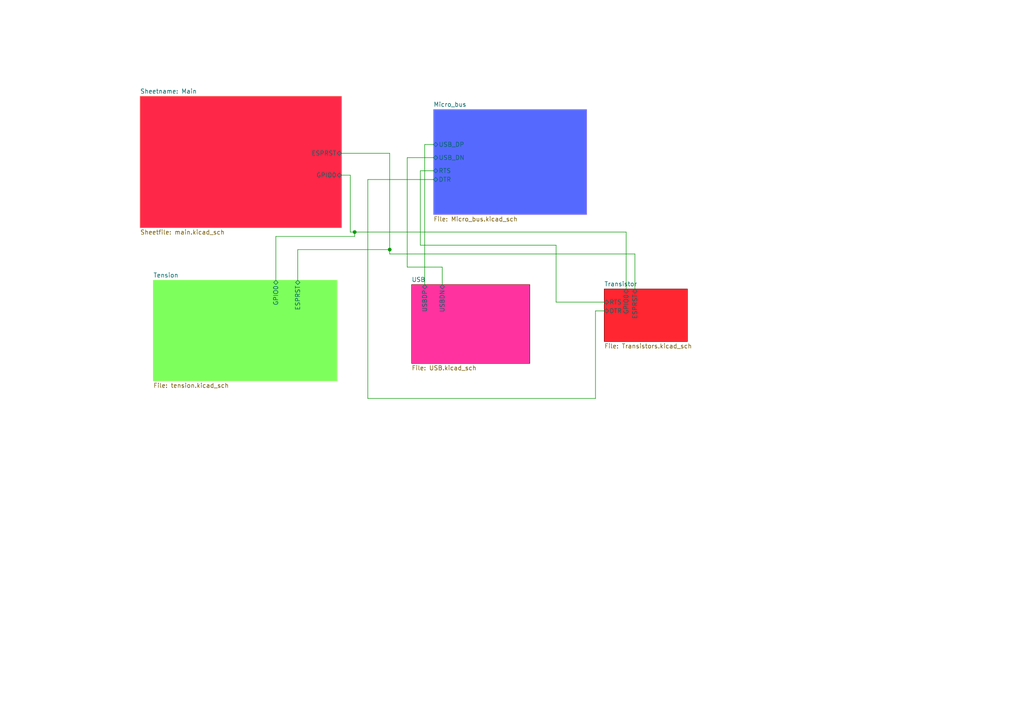
<source format=kicad_sch>
(kicad_sch (version 20230121) (generator eeschema)

  (uuid 500173a1-7f35-43bb-9d25-c87545bd4fab)

  (paper "A4")

  (lib_symbols
  )

  (junction (at 113.03 72.39) (diameter 0) (color 0 0 0 0)
    (uuid 0db212bb-758b-472b-a629-80b5588e8198)
  )
  (junction (at 102.87 67.31) (diameter 0) (color 0 0 0 0)
    (uuid ff80d4fa-fd90-4a79-ab7f-4e35e435e6e1)
  )

  (wire (pts (xy 184.15 73.66) (xy 184.15 83.82))
    (stroke (width 0) (type default))
    (uuid 0f7e8d69-45e8-4e34-90af-75ed391cd9f3)
  )
  (wire (pts (xy 101.6 67.31) (xy 101.6 50.8))
    (stroke (width 0) (type default))
    (uuid 1c5398e8-33d0-4428-8cb8-b4df9a3a57f2)
  )
  (wire (pts (xy 123.19 41.91) (xy 125.73 41.91))
    (stroke (width 0) (type default))
    (uuid 1f15b7be-8acb-4c58-9782-ac1fcf348519)
  )
  (wire (pts (xy 102.87 67.31) (xy 101.6 67.31))
    (stroke (width 0) (type default))
    (uuid 272fb4b5-374c-431d-a89e-ec8860eb7ad2)
  )
  (wire (pts (xy 181.61 83.82) (xy 181.61 67.31))
    (stroke (width 0) (type default))
    (uuid 341abb7e-9af1-48bc-b7e2-bf21353e3001)
  )
  (wire (pts (xy 172.72 90.17) (xy 175.26 90.17))
    (stroke (width 0) (type default))
    (uuid 3ade026e-35d1-4b26-9fbb-6db9eb813fd6)
  )
  (wire (pts (xy 99.06 44.45) (xy 113.03 44.45))
    (stroke (width 0) (type default))
    (uuid 43d83029-68e4-4622-8663-986ce1fb7e79)
  )
  (wire (pts (xy 106.68 115.57) (xy 172.72 115.57))
    (stroke (width 0) (type default))
    (uuid 6298b336-a40b-44cf-9db8-352c0702ad07)
  )
  (wire (pts (xy 101.6 50.8) (xy 99.06 50.8))
    (stroke (width 0) (type default))
    (uuid 65d7309b-22c6-47e0-97cb-5e6aebd9f37a)
  )
  (wire (pts (xy 106.68 52.07) (xy 106.68 115.57))
    (stroke (width 0) (type default))
    (uuid 6891ce5e-8e0e-4caa-b244-a86ce584b118)
  )
  (wire (pts (xy 102.87 68.58) (xy 102.87 67.31))
    (stroke (width 0) (type default))
    (uuid 6b37b6ed-ca33-400f-b954-9d0c0a8bb3e8)
  )
  (wire (pts (xy 123.19 82.55) (xy 123.19 41.91))
    (stroke (width 0) (type default))
    (uuid 7a64f4cf-ccb0-4d78-b17a-97e9e7386f4a)
  )
  (wire (pts (xy 128.27 77.47) (xy 128.27 82.55))
    (stroke (width 0) (type default))
    (uuid 80d5c373-667f-4488-b6b7-04a86a7a53e3)
  )
  (wire (pts (xy 161.29 87.63) (xy 161.29 71.12))
    (stroke (width 0) (type default))
    (uuid 85e151a4-b2a3-48fc-9669-7b7fefcbabf7)
  )
  (wire (pts (xy 86.36 72.39) (xy 113.03 72.39))
    (stroke (width 0) (type default))
    (uuid 86aedf13-65bd-4c6a-9b5c-972f232c9c38)
  )
  (wire (pts (xy 181.61 67.31) (xy 102.87 67.31))
    (stroke (width 0) (type default))
    (uuid 8b663cd1-492f-4ca6-b2bd-bada910d2002)
  )
  (wire (pts (xy 161.29 71.12) (xy 121.92 71.12))
    (stroke (width 0) (type default))
    (uuid 93e15c37-257a-4a56-8624-adcc2a467c9f)
  )
  (wire (pts (xy 125.73 45.72) (xy 118.11 45.72))
    (stroke (width 0) (type default))
    (uuid 9489dbe8-f1fb-4185-82f0-6bdb20c20bd9)
  )
  (wire (pts (xy 80.01 68.58) (xy 102.87 68.58))
    (stroke (width 0) (type default))
    (uuid 953af572-fd04-4f6e-8c79-6eefb046a49f)
  )
  (wire (pts (xy 113.03 44.45) (xy 113.03 72.39))
    (stroke (width 0) (type default))
    (uuid 974e6b9f-08a2-4252-8806-3fc3d7d256ff)
  )
  (wire (pts (xy 113.03 73.66) (xy 184.15 73.66))
    (stroke (width 0) (type default))
    (uuid 99a001bf-b784-4340-85f4-1e683688954b)
  )
  (wire (pts (xy 80.01 81.28) (xy 80.01 68.58))
    (stroke (width 0) (type default))
    (uuid 9a0f112c-b8f1-492c-897f-765aa21dd9a4)
  )
  (wire (pts (xy 121.92 71.12) (xy 121.92 49.53))
    (stroke (width 0) (type default))
    (uuid a48ef819-c3d8-4219-b6e7-f2af5c1e77c5)
  )
  (wire (pts (xy 172.72 115.57) (xy 172.72 90.17))
    (stroke (width 0) (type default))
    (uuid ab692c10-0576-4f87-95fa-64c55d39c7f8)
  )
  (wire (pts (xy 121.92 49.53) (xy 125.73 49.53))
    (stroke (width 0) (type default))
    (uuid ac888be5-5d6b-4bad-957b-4db39a8e19cc)
  )
  (wire (pts (xy 118.11 77.47) (xy 128.27 77.47))
    (stroke (width 0) (type default))
    (uuid bedd4b97-25fb-4177-9099-d7205ea11983)
  )
  (wire (pts (xy 175.26 87.63) (xy 161.29 87.63))
    (stroke (width 0) (type default))
    (uuid c2a4f039-bef0-4bb7-a98e-a23997af1b5f)
  )
  (wire (pts (xy 118.11 45.72) (xy 118.11 77.47))
    (stroke (width 0) (type default))
    (uuid cba840dc-ff8c-4902-b245-cbe13563c9b7)
  )
  (wire (pts (xy 125.73 52.07) (xy 106.68 52.07))
    (stroke (width 0) (type default))
    (uuid dba3d417-cc6e-4810-b19f-81ed2e9ed595)
  )
  (wire (pts (xy 113.03 72.39) (xy 113.03 73.66))
    (stroke (width 0) (type default))
    (uuid e1bb8d62-7a33-4974-a7a2-d643a8bd91a4)
  )
  (wire (pts (xy 86.36 81.28) (xy 86.36 72.39))
    (stroke (width 0) (type default))
    (uuid f8d0b191-f9b5-43a9-82a3-e992d3bd7e1f)
  )

  (sheet (at 119.38 82.55) (size 34.29 22.86) (fields_autoplaced)
    (stroke (width 0.1524) (type solid))
    (fill (color 255 50 160 1.0000))
    (uuid 150f5907-541f-4770-9654-de3ec4a03139)
    (property "Sheetname" "USB" (at 119.38 81.8384 0)
      (effects (font (size 1.27 1.27)) (justify left bottom))
    )
    (property "Sheetfile" "USB.kicad_sch" (at 119.38 105.9946 0)
      (effects (font (size 1.27 1.27)) (justify left top))
    )
    (pin "USBDP" bidirectional (at 123.19 82.55 90)
      (effects (font (size 1.27 1.27)) (justify right))
      (uuid af877a8a-9dbb-4311-ab8e-4f8a1987ce38)
    )
    (pin "USBDN" bidirectional (at 128.27 82.55 90)
      (effects (font (size 1.27 1.27)) (justify right))
      (uuid 54c49f2d-a6a9-44e0-b3cc-3771c3b7d855)
    )
    (instances
      (project "Test"
        (path "/500173a1-7f35-43bb-9d25-c87545bd4fab" (page "5"))
      )
    )
  )

  (sheet (at 44.45 81.28) (size 53.34 29.21) (fields_autoplaced)
    (stroke (width 0.1524) (type solid) (color 149 255 104 1))
    (fill (color 125 255 92 1.0000))
    (uuid 32977c15-5d1b-454c-b92d-f7111124ea41)
    (property "Sheetname" "Tension" (at 44.45 80.5684 0)
      (effects (font (size 1.27 1.27)) (justify left bottom))
    )
    (property "Sheetfile" "tension.kicad_sch" (at 44.45 111.0746 0)
      (effects (font (size 1.27 1.27)) (justify left top))
    )
    (pin "GPIO0" bidirectional (at 80.01 81.28 90)
      (effects (font (size 1.27 1.27)) (justify right))
      (uuid 3479fb42-d4b2-487f-9284-c255ee4a0117)
    )
    (pin "ESPRST" bidirectional (at 86.36 81.28 90)
      (effects (font (size 1.27 1.27)) (justify right))
      (uuid eaf2f594-4f1f-4310-a986-91cd9abcf2d6)
    )
    (instances
      (project "Test"
        (path "/500173a1-7f35-43bb-9d25-c87545bd4fab" (page "4"))
      )
    )
  )

  (sheet (at 175.26 83.82) (size 24.13 15.24) (fields_autoplaced)
    (stroke (width 0.1524) (type solid))
    (fill (color 255 38 49 1.0000))
    (uuid 35f8305f-ecb9-4315-bf6c-65dc2a2656d8)
    (property "Sheetname" "Transistor" (at 175.26 83.1084 0)
      (effects (font (size 1.27 1.27)) (justify left bottom))
    )
    (property "Sheetfile" "Transistors.kicad_sch" (at 175.26 99.6446 0)
      (effects (font (size 1.27 1.27)) (justify left top))
    )
    (pin "RTS" bidirectional (at 175.26 87.63 180)
      (effects (font (size 1.27 1.27)) (justify left))
      (uuid 8a499dec-b0d3-4628-a700-6022eadd2aad)
    )
    (pin "DTR" bidirectional (at 175.26 90.17 180)
      (effects (font (size 1.27 1.27)) (justify left))
      (uuid 4a7bc478-2ddd-4e88-92da-92a737ecdecd)
    )
    (pin "GPIO0" bidirectional (at 181.61 83.82 90)
      (effects (font (size 1.27 1.27)) (justify right))
      (uuid 208f915e-d6f6-4235-abe6-96e3662f5659)
    )
    (pin "ESPRST" bidirectional (at 184.15 83.82 90)
      (effects (font (size 1.27 1.27)) (justify right))
      (uuid 5260a31f-91ea-42ac-807d-325d941f4349)
    )
    (instances
      (project "Test"
        (path "/500173a1-7f35-43bb-9d25-c87545bd4fab" (page "6"))
      )
    )
  )

  (sheet (at 40.64 27.94) (size 58.42 38.1) (fields_autoplaced)
    (stroke (width 0.1524) (type solid) (color 255 113 92 1))
    (fill (color 255 39 72 1.0000))
    (uuid 90c2206b-2d67-4445-a823-fc241fb019b9)
    (property "Sheetname" "Main" (at 40.64 27.2284 0) (show_name)
      (effects (font (size 1.27 1.27)) (justify left bottom))
    )
    (property "Sheetfile" "main.kicad_sch" (at 40.64 66.6246 0) (show_name)
      (effects (font (size 1.27 1.27)) (justify left top))
    )
    (pin "ESPRST" bidirectional (at 99.06 44.45 0)
      (effects (font (size 1.27 1.27)) (justify right))
      (uuid d5ba80e9-3534-4212-972e-f3bfc6e34195)
    )
    (pin "GPIO0" bidirectional (at 99.06 50.8 0)
      (effects (font (size 1.27 1.27)) (justify right))
      (uuid 700f1079-99b7-4673-8fcd-2988e4eb8c06)
    )
    (instances
      (project "Test"
        (path "/500173a1-7f35-43bb-9d25-c87545bd4fab" (page "2"))
      )
    )
  )

  (sheet (at 125.73 31.75) (size 44.45 30.48) (fields_autoplaced)
    (stroke (width 0.1524) (type solid) (color 163 137 255 1))
    (fill (color 86 105 255 1.0000))
    (uuid d68b65c7-92c0-4c1a-946c-af7cdf816693)
    (property "Sheetname" "Micro_bus" (at 125.73 31.0384 0)
      (effects (font (size 1.27 1.27)) (justify left bottom))
    )
    (property "Sheetfile" "Micro_bus.kicad_sch" (at 125.73 62.8146 0)
      (effects (font (size 1.27 1.27)) (justify left top))
    )
    (pin "USB_DP" bidirectional (at 125.73 41.91 180)
      (effects (font (size 1.27 1.27)) (justify left))
      (uuid d8345685-8c38-4cc4-96df-67bab3db22cb)
    )
    (pin "USB_DN" bidirectional (at 125.73 45.72 180)
      (effects (font (size 1.27 1.27)) (justify left))
      (uuid 76ffed2c-8992-4ecb-9c9e-35956dd3bd15)
    )
    (pin "RTS" bidirectional (at 125.73 49.53 180)
      (effects (font (size 1.27 1.27)) (justify left))
      (uuid 47da97cb-867a-4ad8-a6e8-1ccc585aedbf)
    )
    (pin "DTR" bidirectional (at 125.73 52.07 180)
      (effects (font (size 1.27 1.27)) (justify left))
      (uuid dce436fe-070d-43ad-a80c-95cbb97aa3a5)
    )
    (instances
      (project "Test"
        (path "/500173a1-7f35-43bb-9d25-c87545bd4fab" (page "3"))
      )
    )
  )

  (sheet_instances
    (path "/" (page "1"))
  )
)

</source>
